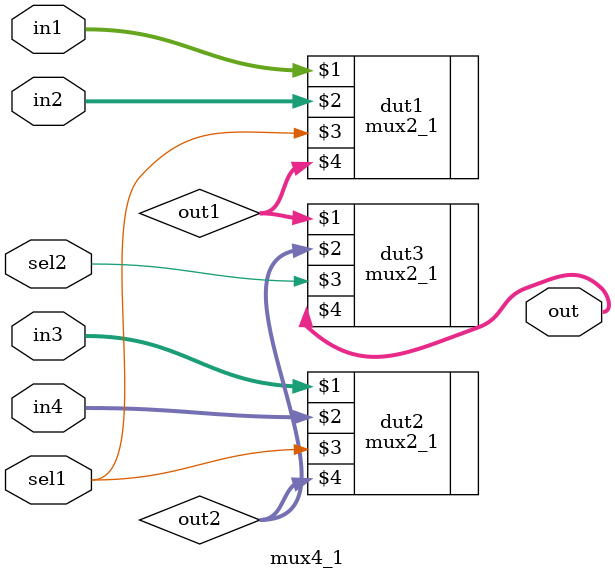
<source format=v>
module mux4_1(input [1:0]in1,in2,in3,in4,input sel1,sel2,output[1:0] out);

wire [1:0] out1,out2;
mux2_1 dut1(in1,in2,sel1,out1);
mux2_1 dut2(in3,in4,sel1,out2);
mux2_1 dut3(out1,out2,sel2,out);


endmodule

</source>
